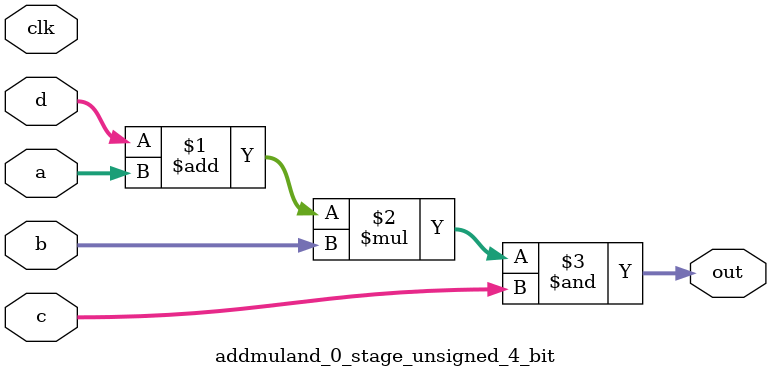
<source format=sv>
(* use_dsp = "yes" *) module addmuland_0_stage_unsigned_4_bit(
	input  [3:0] a,
	input  [3:0] b,
	input  [3:0] c,
	input  [3:0] d,
	output [3:0] out,
	input clk);

	assign out = ((d + a) * b) & c;
endmodule

</source>
